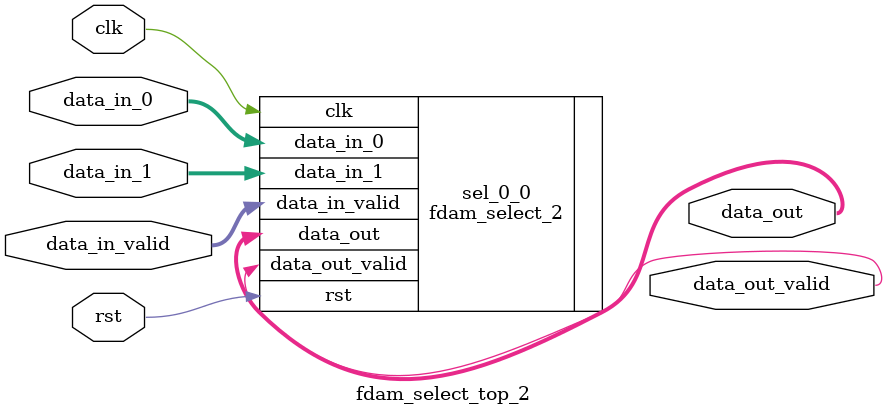
<source format=v>
module fdam_select_top_2 #
(
  parameter DATA_WIDTH = 32
)
(
  input clk,
  input rst,
  input [2-1:0] data_in_valid,
  input [DATA_WIDTH-1:0] data_in_0,
  input [DATA_WIDTH-1:0] data_in_1,
  output [DATA_WIDTH-1:0] data_out,
  output data_out_valid
);


  fdam_select_2
  #(
    .DATA_WIDTH(DATA_WIDTH)
  )
  sel_0_0
  (
    .clk(clk),
    .rst(rst),
    .data_in_valid(data_in_valid),
    .data_in_0(data_in_0),
    .data_in_1(data_in_1),
    .data_out_valid(data_out_valid),
    .data_out(data_out)
  );

endmodule
</source>
